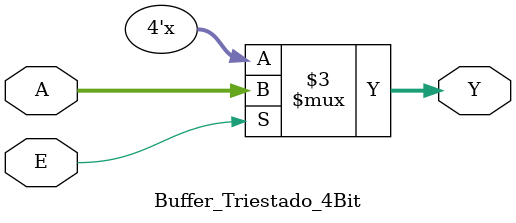
<source format=v>


//Buffer Triestado de 1 Bit
module Buffer_Triestado_4Bit(A, E, Y);
input [3:0]A; 
input E;
output [3:0]Y; 
reg [3:0]Y;

always @(*) 
if (E) begin
    Y<=A;
end else begin
    Y<=4'bzzzz;
end

endmodule 


</source>
